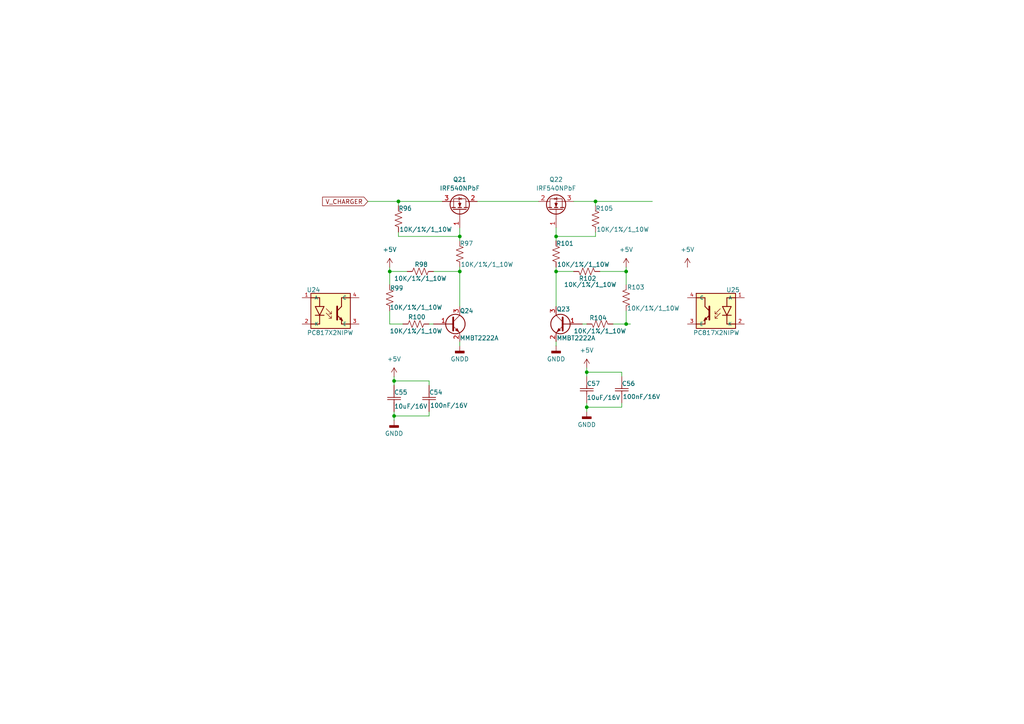
<source format=kicad_sch>
(kicad_sch (version 20231120) (generator "eeschema") (generator_version "8.0")
  (paper "A4")
  (title_block (title "CONTROL CHARGER") (date "2024-09-02"))
  (lib_symbols
    (symbol "Ceramic_Cap_SMD_100nF_16V_3" (pin_numbers hide) (pin_names hide)
      (property "Reference" "C" (at 1.016 2.794 0))
      (property "Value" "100nF/16V" (at 0.254 5.334 0))
      (symbol "Ceramic_Cap_SMD_100nF_16V_3_1_1"
        (polyline (pts (xy 1.27 0) (xy 2.2098 0)) (stroke (width 0.2032)))
        (polyline (pts (xy 2.2098 -1.905) (xy 2.2098 1.905)) (stroke (width 0.2032)))
        (polyline (pts (xy 2.8448 -1.905) (xy 2.8448 1.905)) (stroke (width 0.2032)))
        (polyline (pts (xy 2.8448 0) (xy 3.81 0)) (stroke (width 0.2032)))
        (pin unspecified line (at -1.27 0 0) (length 2.54) (name "") (number "1"))
        (pin unspecified line (at 6.35 0 180) (length 2.54) (name "") (number "2"))
      )
    )
    (symbol "Ceramic_Cap_SMD_10uF_16V_2" (pin_numbers hide) (pin_names hide)
      (property "Reference" "C" (at 2.286 2.794 0))
      (property "Value" "10uF/16V" (at 0.254 5.334 0))
      (symbol "Ceramic_Cap_SMD_10uF_16V_2_1_1"
        (polyline (pts (xy 2.54 0) (xy 3.4798 0)) (stroke (width 0.2032)))
        (polyline (pts (xy 3.4798 -1.905) (xy 3.4798 1.905)) (stroke (width 0.2032)))
        (polyline (pts (xy 4.1148 -1.905) (xy 4.1148 1.905)) (stroke (width 0.2032)))
        (polyline (pts (xy 4.1148 0) (xy 5.08 0)) (stroke (width 0.2032)))
        (pin unspecified line (at 0 0 0) (length 2.54) (name "") (number "1"))
        (pin unspecified line (at 7.62 0 180) (length 2.54) (name "") (number "2"))
      )
    )
    (symbol "charge_battery_sym_lib:IRF540NPbF" (pin_names hide)
      (property "Reference" "Q" (at 11.684 1.016 0))
      (property "Value" "IRF540NPbF" (at 17.272 -1.016 0))
      (symbol "IRF540NPbF_0_1"
        (polyline (pts (xy 5.334 0) (xy 2.54 0)))
        (polyline (pts (xy 5.334 1.905) (xy 5.334 -1.905)) (stroke (width 0.254)))
        (polyline (pts (xy 5.842 -1.27) (xy 5.842 -2.286)) (stroke (width 0.254)))
        (polyline (pts (xy 5.842 0.508) (xy 5.842 -0.508)) (stroke (width 0.254)))
        (polyline (pts (xy 5.842 2.286) (xy 5.842 1.27)) (stroke (width 0.254)))
        (polyline (pts (xy 7.62 2.54) (xy 7.62 1.778)))
        (polyline (pts (xy 8.636 0.508) (xy 8.128 0.508)))
        (polyline (pts (xy 7.62 -2.54) (xy 7.62 0) (xy 5.842 0)))
        (polyline (pts (xy 5.842 -1.778) (xy 8.382 -1.778) (xy 8.382 1.778) (xy 5.842 1.778)))
        (polyline (pts (xy 6.096 0) (xy 7.112 0.381) (xy 7.112 -0.381) (xy 6.096 0)) (fill (type outline)))
        (polyline (pts (xy 8.382 0.381) (xy 8.001 -0.254) (xy 8.763 -0.254) (xy 8.382 0.381)))
        (circle (center 6.731 0) (radius 2.794) (stroke (width 0.254)))
      )
      (symbol "IRF540NPbF_1_1"
        (pin input line (at 0 0 0) (length 2.54) (name "G") (number "1"))
        (pin passive line (at 7.62 5.08 270) (length 2.54) (name "D") (number "2"))
        (pin passive line (at 7.62 -5.08 90) (length 2.54) (name "S") (number "3"))
      )
    )
    (symbol "charge_battery_sym_lib:MMBT2222A" (pin_names (offset 0) hide)
      (property "Reference" "Q" (at 5.08 1.905 0))
      (property "Value" "MMBT2222A" (at 5.08 0 0))
      (symbol "MMBT2222A_0_1"
        (polyline (pts (xy 0.635 0.635) (xy 2.54 2.54)))
        (polyline (pts (xy 0.635 -0.635) (xy 2.54 -2.54) (xy 2.54 -2.54)))
        (polyline (pts (xy 0.635 1.905) (xy 0.635 -1.905) (xy 0.635 -1.905)) (stroke (width 0.508)))
        (polyline (pts (xy 1.27 -1.778) (xy 1.778 -1.27) (xy 2.286 -2.286) (xy 1.27 -1.778) (xy 1.27 -1.778)) (fill (type outline)))
        (circle (center 1.27 0) (radius 2.8194) (stroke (width 0.254)))
      )
      (symbol "MMBT2222A_1_1"
        (pin input line (at -5.08 0 0) (length 5.715) (name "B") (number "1"))
        (pin passive line (at 2.54 -5.08 90) (length 2.54) (name "E") (number "2"))
        (pin passive line (at 2.54 5.08 270) (length 2.54) (name "C") (number "3"))
      )
    )
    (symbol "charge_battery_sym_lib:PC817X2NIPW" (pin_names (offset 1.016))
      (property "Reference" "U" (at 0.508 11.176 0))
      (property "Value" "PC817X2NIPW" (at 7.112 -3.302 0))
      (symbol "PC817X2NIPW_0_0"
        (polyline (pts (xy 0 8.89) (xy 2.54 8.89)) (stroke (width 0.254)))
        (polyline (pts (xy 2.54 1.27) (xy 0 1.27)) (stroke (width 0.254)))
        (polyline (pts (xy 2.54 3.81) (xy 2.54 1.27)) (stroke (width 0.254)))
        (polyline (pts (xy 2.54 8.89) (xy 2.54 6.35)) (stroke (width 0.254)))
        (polyline (pts (xy 8.89 1.27) (xy 11.43 1.27)) (stroke (width 0.254)))
        (polyline (pts (xy 8.89 2.54) (xy 8.89 1.27)) (stroke (width 0.254)))
        (polyline (pts (xy 8.89 8.89) (xy 8.89 6.35)) (stroke (width 0.254)))
        (polyline (pts (xy 11.43 8.89) (xy 8.89 8.89)) (stroke (width 0.254)))
        (rectangle (start 0 10.16) (end 11.43 0) (stroke (width 0.254)) (fill (type background)))
        (pin passive line (at -2.54 8.89 0) (length 2.54) (name "A") (number "1"))
        (pin passive line (at -2.54 1.27 0) (length 2.54) (name "K") (number "2"))
      )
      (symbol "PC817X2NIPW_0_1"
        (polyline (pts (xy 3.81 3.81) (xy 1.27 3.81)) (stroke (width 0.254)))
        (polyline (pts (xy 7.62 6.35) (xy 7.62 2.54) (xy 7.62 2.54)) (stroke (width 0.508)))
        (polyline (pts (xy 3.81 6.35) (xy 1.27 6.35) (xy 2.54 3.81) (xy 3.81 6.35)) (stroke (width 0.254)))
        (polyline (pts (xy 4.445 4.445) (xy 5.969 2.921) (xy 5.969 3.683) (xy 5.969 2.921) (xy 5.207 2.921)))
        (polyline (pts (xy 4.445 5.715) (xy 5.969 4.191) (xy 5.969 4.953) (xy 5.969 4.191) (xy 5.207 4.191)))
        (polyline (pts (xy 8.255 2.667) (xy 8.763 3.175) (xy 9.271 2.159) (xy 8.255 2.667) (xy 8.255 2.667)) (fill (type outline)))
      )
      (symbol "PC817X2NIPW_1_0"
        (pin passive line (at 13.97 1.27 180) (length 2.54) (name "E") (number "3"))
        (pin passive line (at 13.97 8.89 180) (length 2.54) (name "C") (number "4"))
      )
      (symbol "PC817X2NIPW_1_1"
        (polyline (pts (xy 7.62 5.08) (xy 8.89 6.35)) (stroke (width 0.254)))
        (polyline (pts (xy 7.62 3.81) (xy 8.89 2.54) (xy 8.89 2.54)) (stroke (width 0.254)))
      )
    )
    (symbol "charge_battery_sym_lib:Res_10K_0603_1%" (pin_numbers hide) (pin_names hide)
      (property "Reference" "R" (at 2.794 3.81 0))
      (property "Value" "10K/1%/1_10W" (at 4.064 -2.54 0))
      (symbol "Res_10K_0603_1%_0_1"
        (polyline (pts (xy 1.524 0) (xy 1.27 0)))
        (polyline (pts (xy 6.096 0) (xy 6.35 0)))
        (polyline (pts (xy 1.524 0) (xy 1.905 1.016) (xy 2.286 0) (xy 2.667 -1.016) (xy 3.048 0)))
        (polyline (pts (xy 3.048 0) (xy 3.429 1.016) (xy 3.81 0) (xy 4.191 -1.016) (xy 4.572 0)))
        (polyline (pts (xy 4.572 0) (xy 4.953 1.016) (xy 5.334 0) (xy 5.715 -1.016) (xy 6.096 0)))
      )
      (symbol "Res_10K_0603_1%_1_1"
        (pin passive line (at 0 0 0) (length 1.27) (name "~") (number "1"))
        (pin passive line (at 7.62 0 180) (length 1.27) (name "~") (number "2"))
      )
    )
    (symbol "power:+5V" (power) (pin_numbers hide) (pin_names (offset 0) hide)
      (property "Value" "+5V" (at 0 3.556 0))
      (symbol "+5V_0_1"
        (polyline (pts (xy -0.762 1.27) (xy 0 2.54)))
        (polyline (pts (xy 0 0) (xy 0 2.54)))
        (polyline (pts (xy 0 2.54) (xy 0.762 1.27)))
      )
      (symbol "+5V_1_1"
        (pin power_in line (at 0 0 90) (length 0) (name "~") (number "1"))
      )
    )
    (symbol "power:GNDD" (power) (pin_numbers hide) (pin_names (offset 0) hide)
      (property "Value" "GNDD" (at 0 -3.175 0))
      (symbol "GNDD_0_1"
        (rectangle (start -1.27 -1.524) (end 1.27 -2.032) (stroke (width 0.254)) (fill (type outline)))
        (polyline (pts (xy 0 0) (xy 0 -1.524)))
      )
      (symbol "GNDD_1_1"
        (pin power_in line (at 0 0 270) (length 0) (name "~") (number "1"))
      )
    )
  )
  (junction (at 170.18 107.95))
  (junction (at 133.35 78.74))
  (junction (at 181.61 78.74))
  (junction (at 115.57 58.42))
  (junction (at 181.61 93.98))
  (junction (at 114.3 110.49))
  (junction (at 161.29 78.74))
  (junction (at 172.72 58.42))
  (junction (at 170.18 118.11))
  (junction (at 114.3 120.65))
  (junction (at 161.29 68.58))
  (junction (at 113.03 78.74))
  (junction (at 133.35 68.58))
  (wire (pts (xy 114.3 119.38) (xy 114.3 120.65)))
  (wire (pts (xy 106.68 58.42) (xy 115.57 58.42)))
  (wire (pts (xy 133.35 78.74) (xy 133.35 88.9)))
  (wire (pts (xy 181.61 77.47) (xy 181.61 78.74)))
  (wire (pts (xy 133.35 77.47) (xy 133.35 78.74)))
  (wire (pts (xy 118.11 78.74) (xy 113.03 78.74)))
  (wire (pts (xy 181.61 90.17) (xy 181.61 93.98)))
  (wire (pts (xy 161.29 68.58) (xy 161.29 66.04)))
  (wire (pts (xy 173.99 78.74) (xy 181.61 78.74)))
  (wire (pts (xy 114.3 120.65) (xy 124.46 120.65)))
  (wire (pts (xy 170.18 116.84) (xy 170.18 118.11)))
  (wire (pts (xy 161.29 68.58) (xy 172.72 68.58)))
  (wire (pts (xy 170.18 107.95) (xy 180.34 107.95)))
  (wire (pts (xy 114.3 120.65) (xy 114.3 121.92)))
  (wire (pts (xy 180.34 109.22) (xy 180.34 107.95)))
  (wire (pts (xy 113.03 90.17) (xy 113.03 93.98)))
  (wire (pts (xy 161.29 77.47) (xy 161.29 78.74)))
  (wire (pts (xy 133.35 66.04) (xy 133.35 68.58)))
  (wire (pts (xy 113.03 93.98) (xy 116.84 93.98)))
  (wire (pts (xy 133.35 99.06) (xy 133.35 100.33)))
  (wire (pts (xy 113.03 77.47) (xy 113.03 78.74)))
  (wire (pts (xy 115.57 58.42) (xy 115.57 59.69)))
  (wire (pts (xy 114.3 109.22) (xy 114.3 110.49)))
  (wire (pts (xy 113.03 82.55) (xy 113.03 78.74)))
  (wire (pts (xy 161.29 78.74) (xy 161.29 88.9)))
  (wire (pts (xy 125.73 78.74) (xy 133.35 78.74)))
  (wire (pts (xy 170.18 106.68) (xy 170.18 107.95)))
  (wire (pts (xy 181.61 78.74) (xy 181.61 82.55)))
  (wire (pts (xy 161.29 99.06) (xy 161.29 100.33)))
  (wire (pts (xy 170.18 107.95) (xy 170.18 109.22)))
  (wire (pts (xy 133.35 68.58) (xy 133.35 69.85)))
  (wire (pts (xy 172.72 58.42) (xy 172.72 59.69)))
  (wire (pts (xy 172.72 67.31) (xy 172.72 68.58)))
  (wire (pts (xy 124.46 111.76) (xy 124.46 110.49)))
  (wire (pts (xy 124.46 120.65) (xy 124.46 119.38)))
  (wire (pts (xy 161.29 69.85) (xy 161.29 68.58)))
  (wire (pts (xy 115.57 67.31) (xy 115.57 68.58)))
  (wire (pts (xy 115.57 68.58) (xy 133.35 68.58)))
  (wire (pts (xy 170.18 93.98) (xy 168.91 93.98)))
  (wire (pts (xy 166.37 58.42) (xy 172.72 58.42)))
  (wire (pts (xy 114.3 110.49) (xy 124.46 110.49)))
  (wire (pts (xy 180.34 118.11) (xy 180.34 116.84)))
  (wire (pts (xy 170.18 118.11) (xy 180.34 118.11)))
  (wire (pts (xy 181.61 93.98) (xy 177.8 93.98)))
  (wire (pts (xy 124.46 93.98) (xy 125.73 93.98)))
  (wire (pts (xy 182.88 93.98) (xy 181.61 93.98)))
  (wire (pts (xy 166.37 78.74) (xy 161.29 78.74)))
  (wire (pts (xy 138.43 58.42) (xy 156.21 58.42)))
  (wire (pts (xy 114.3 110.49) (xy 114.3 111.76)))
  (wire (pts (xy 115.57 58.42) (xy 128.27 58.42)))
  (wire (pts (xy 172.72 58.42) (xy 189.23 58.42)))
  (wire (pts (xy 170.18 118.11) (xy 170.18 119.38)))
  (global_label "V_CHARGER" (shape input) (at 106.68 58.42 180) (property "Intersheetrefs" "${INTERSHEET_REFS}" (effects (hide yes))))
  (symbol (lib_id "charge_battery_sym_lib:PC817X2NIPW") (at 90.17 95.25 0) (unit 1)
    (property "Reference" "U24" (at 90.932 84.074 0))
    (property "Value" "PC817X2NIPW" (at 95.758 96.52 0))
    (property "Footprint" "charge_battery_footprint_lib:PC817X2NIPW" (effects (hide yes)))
    (property "Datasheet" "https://datasheet.lcsc.com/lcsc/2203210916_Sharp-Microelectronics-PC817X2NIPW_C2840443.pdf" (effects (hide yes)))
    (property "Description" "Output: Transistor" (effects (hide yes)))
    (property "Supply name " "Thegioiic" (effects (hide yes)))
    (property "Supply part number" "PC817X2NIPW Optoisolator Transistor Output 5000Vrms 1 Channel, SOP-4" (effects (hide yes)))
    (property "Supply URL" "https://www.thegioiic.com/pc817x2nipw-optoisolator-transistor-output-5000vrms-1-channel-sop-4" (effects (hide yes)))
  )
  (symbol (lib_id "power:+5V") (at 114.3 109.22 0) (mirror y) (unit 1)
    (property "Reference" "#PWR0109" (effects (hide yes)))
    (property "Value" "+5V" (at 114.3 104.14 0))
    (property "Description" "Power symbol creates a global label with name \"+5V\"" (effects (hide yes)))
  )
  (symbol (lib_id "charge_battery_sym_lib:Res_10K_0603_1%") (at 181.61 90.17 270) (mirror x) (unit 1)
    (property "Reference" "R103" (at 184.404 83.312 90))
    (property "Value" "10K/1%/1_10W" (at 189.484 89.408 90))
    (property "Footprint" "charge_battery_footprint_lib:Res_0603" (effects (hide yes)))
    (property "Datasheet" "https://fscdn.rohm.com/en/products/databook/datasheet/passive/resistor/chip_resistor/esr-e.pdf" (effects (hide yes)))
    (property "Description" "Res 10 KOhm 0603 1%" (effects (hide yes)))
    (property "Supply name" "Thegioiic" (effects (hide yes)))
    (property "Supply part number" "Điện Trở 10 KOhm 0603 1%" (effects (hide yes)))
    (property "Supply URL" "https://www.thegioiic.com/dien-tro-10-kohm-0603-1-" (effects (hide yes)))
  )
  (symbol (lib_id "power:+5V") (at 181.61 77.47 0) (unit 1)
    (property "Reference" "#PWR0107" (effects (hide yes)))
    (property "Value" "+5V" (at 181.61 72.39 0))
    (property "Description" "Power symbol creates a global label with name \"+5V\"" (effects (hide yes)))
  )
  (symbol (lib_id "charge_battery_sym_lib:Res_10K_0603_1%") (at 113.03 90.17 90) (unit 1)
    (property "Reference" "R99" (at 115.062 83.566 90))
    (property "Value" "10K/1%/1_10W" (at 120.65 89.154 90))
    (property "Footprint" "charge_battery_footprint_lib:Res_0603" (effects (hide yes)))
    (property "Datasheet" "https://fscdn.rohm.com/en/products/databook/datasheet/passive/resistor/chip_resistor/esr-e.pdf" (effects (hide yes)))
    (property "Description" "Res 10 KOhm 0603 1%" (effects (hide yes)))
    (property "Supply name" "Thegioiic" (effects (hide yes)))
    (property "Supply part number" "Điện Trở 10 KOhm 0603 1%" (effects (hide yes)))
    (property "Supply URL" "https://www.thegioiic.com/dien-tro-10-kohm-0603-1-" (effects (hide yes)))
  )
  (symbol (lib_id "charge_battery_sym_lib:Res_10K_0603_1%") (at 177.8 93.98 0) (mirror y) (unit 1)
    (property "Reference" "R104" (at 173.482 92.202 0))
    (property "Value" "10K/1%/1_10W" (at 173.99 96.012 0))
    (property "Footprint" "charge_battery_footprint_lib:Res_0603" (effects (hide yes)))
    (property "Datasheet" "https://fscdn.rohm.com/en/products/databook/datasheet/passive/resistor/chip_resistor/esr-e.pdf" (effects (hide yes)))
    (property "Description" "Res 10 KOhm 0603 1%" (effects (hide yes)))
    (property "Supply name" "Thegioiic" (effects (hide yes)))
    (property "Supply part number" "Điện Trở 10 KOhm 0603 1%" (effects (hide yes)))
    (property "Supply URL" "https://www.thegioiic.com/dien-tro-10-kohm-0603-1-" (effects (hide yes)))
  )
  (symbol (lib_id "charge_battery_sym_lib:MMBT2222A") (at 163.83 93.98 0) (mirror y) (unit 1)
    (property "Reference" "Q23" (at 165.354 89.662 0) (effects (justify left)))
    (property "Value" "MMBT2222A" (at 172.72 98.044 0) (effects (justify left)))
    (property "Footprint" "charge_battery_footprint_lib:SOT23" (effects (hide yes)))
    (property "Datasheet" "https://assets.nexperia.com/documents/data-sheet/MMBT2222A.pdf" (effects (hide yes)))
    (property "Description" "600mA Ic, 40V Vce, NPN Transistor, SOT-23" (effects (hide yes)))
    (property "Supply name" "Thegioiic" (effects (hide yes)))
    (property "Supply part number" "MMBT2222A 1P Transistor NPN 40V 0.6A 3 Chân SOT-23" (effects (hide yes)))
    (property "Supply URL" "https://www.thegioiic.com/mmbt2222a-1p-transistor-npn-40v-0-6a-3-chan-sot-23" (effects (hide yes)))
  )
  (symbol (lib_id "power:+5V") (at 170.18 106.68 0) (mirror y) (unit 1)
    (property "Reference" "#PWR0111" (effects (hide yes)))
    (property "Value" "+5V" (at 170.18 101.6 0))
    (property "Description" "Power symbol creates a global label with name \"+5V\"" (effects (hide yes)))
  )
  (symbol (lib_id "charge_battery_sym_lib:IRF540NPbF") (at 133.35 66.04 270) (mirror x) (unit 1)
    (property "Reference" "Q21" (at 133.35 52.07 90))
    (property "Value" "IRF540NPbF" (at 133.35 54.61 90))
    (property "Footprint" "charge_battery_footprint_lib:TO-220-3" (effects (hide yes)))
    (property "Datasheet" "https://www.mouser.vn/datasheet/2/196/Infineon_IRF540N_DataSheet_v01_01_EN-3363065.pdf" (effects (hide yes)))
    (property "Description" "MOSFET HIGH POWER_NEW" (effects (hide yes)))
    (property "Supply name" "Thien Minh Electronics" (effects (hide yes)))
    (property "Supply URL" "http://www.tme.vn/Product.aspx?id=682#page=pro_info" (effects (hide yes)))
  )
  (symbol (lib_id "charge_battery_sym_lib:PC817X2NIPW") (at 213.36 95.25 0) (mirror y) (unit 1)
    (property "Reference" "U25" (at 212.598 84.074 0))
    (property "Value" "PC817X2NIPW" (at 207.772 96.52 0))
    (property "Footprint" "charge_battery_footprint_lib:PC817X2NIPW" (effects (hide yes)))
    (property "Datasheet" "https://datasheet.lcsc.com/lcsc/2203210916_Sharp-Microelectronics-PC817X2NIPW_C2840443.pdf" (effects (hide yes)))
    (property "Description" "Output: Transistor" (effects (hide yes)))
    (property "Supply name " "Thegioiic" (effects (hide yes)))
    (property "Supply part number" "PC817X2NIPW Optoisolator Transistor Output 5000Vrms 1 Channel, SOP-4" (effects (hide yes)))
    (property "Supply URL" "https://www.thegioiic.com/pc817x2nipw-optoisolator-transistor-output-5000vrms-1-channel-sop-4" (effects (hide yes)))
  )
  (symbol (lib_name "Ceramic_Cap_SMD_10uF_16V_2") (lib_id "charge_battery_sym_lib:Ceramic_Cap_SMD_10uF_16V") (at 170.18 116.84 90) (unit 1)
    (property "Reference" "C57" (at 170.18 111.252 90) (effects (justify right)))
    (property "Value" "10uF/16V" (at 170.18 115.316 90) (effects (justify right)))
    (property "Footprint" "charge_battery_footprint_lib:Ceramic_Cap_0603" (effects (hide yes)))
    (property "Datasheet" "https://www.mouser.vn/datasheet/2/40/KYOCERA_AutoMLCCKAM-3106308.pdf" (effects (hide yes)))
    (property "Description" "10%, 0603 (1608 Metric)" (effects (hide yes)))
    (property "Supply name" "Thegioiic" (effects (hide yes)))
    (property "Supply part number" "Tụ Gốm 0603 10uF 16V" (effects (hide yes)))
    (property "Supply URL" "https://www.thegioiic.com/tu-gom-0603-10uf-16v" (effects (hide yes)))
  )
  (symbol (lib_id "charge_battery_sym_lib:Res_10K_0603_1%") (at 133.35 77.47 90) (unit 1)
    (property "Reference" "R97" (at 133.35 70.612 90) (effects (justify right)))
    (property "Value" "10K/1%/1_10W" (at 133.604 76.708 90) (effects (justify right)))
    (property "Footprint" "charge_battery_footprint_lib:Res_0603" (effects (hide yes)))
    (property "Datasheet" "https://fscdn.rohm.com/en/products/databook/datasheet/passive/resistor/chip_resistor/esr-e.pdf" (effects (hide yes)))
    (property "Description" "Res 10 KOhm 0603 1%" (effects (hide yes)))
    (property "Supply name" "Thegioiic" (effects (hide yes)))
    (property "Supply part number" "Điện Trở 10 KOhm 0603 1%" (effects (hide yes)))
    (property "Supply URL" "https://www.thegioiic.com/dien-tro-10-kohm-0603-1-" (effects (hide yes)))
  )
  (symbol (lib_id "power:GNDD") (at 114.3 121.92 0) (unit 1)
    (property "Reference" "#PWR0110" (effects (hide yes)))
    (property "Value" "GNDD" (at 114.3 125.73 0))
    (property "Description" "Power symbol creates a global label with name \"GNDD\" , digital ground" (effects (hide yes)))
  )
  (symbol (lib_id "power:GNDD") (at 170.18 119.38 0) (unit 1)
    (property "Reference" "#PWR0112" (effects (hide yes)))
    (property "Value" "GNDD" (at 170.18 123.19 0))
    (property "Description" "Power symbol creates a global label with name \"GNDD\" , digital ground" (effects (hide yes)))
  )
  (symbol (lib_name "Ceramic_Cap_SMD_10uF_16V_2") (lib_id "charge_battery_sym_lib:Ceramic_Cap_SMD_10uF_16V") (at 114.3 119.38 90) (unit 1)
    (property "Reference" "C55" (at 114.3 113.792 90) (effects (justify right)))
    (property "Value" "10uF/16V" (at 114.3 117.856 90) (effects (justify right)))
    (property "Footprint" "charge_battery_footprint_lib:Ceramic_Cap_0603" (effects (hide yes)))
    (property "Datasheet" "https://www.mouser.vn/datasheet/2/40/KYOCERA_AutoMLCCKAM-3106308.pdf" (effects (hide yes)))
    (property "Description" "10%, 0603 (1608 Metric)" (effects (hide yes)))
    (property "Supply name" "Thegioiic" (effects (hide yes)))
    (property "Supply part number" "Tụ Gốm 0603 10uF 16V" (effects (hide yes)))
    (property "Supply URL" "https://www.thegioiic.com/tu-gom-0603-10uf-16v" (effects (hide yes)))
  )
  (symbol (lib_id "power:GNDD") (at 161.29 100.33 0) (unit 1)
    (property "Reference" "#PWR0108" (effects (hide yes)))
    (property "Value" "GNDD" (at 161.29 104.14 0))
    (property "Description" "Power symbol creates a global label with name \"GNDD\" , digital ground" (effects (hide yes)))
  )
  (symbol (lib_id "power:+5V") (at 113.03 77.47 0) (mirror y) (unit 1)
    (property "Reference" "#PWR0105" (effects (hide yes)))
    (property "Value" "+5V" (at 113.03 72.39 0))
    (property "Description" "Power symbol creates a global label with name \"+5V\"" (effects (hide yes)))
  )
  (symbol (lib_name "Ceramic_Cap_SMD_100nF_16V_3") (lib_id "charge_battery_sym_lib:Ceramic_Cap_SMD_100nF_16V") (at 124.46 118.11 90) (unit 1)
    (property "Reference" "C54" (at 124.46 113.792 90) (effects (justify right)))
    (property "Value" "100nF/16V" (at 124.714 117.602 90) (effects (justify right)))
    (property "Footprint" "charge_battery_footprint_lib:Ceramic_Cap_0603" (effects (hide yes)))
    (property "Datasheet" "https://www.mouser.vn/datasheet/2/40/KYOCERA_AutoMLCCKAM-3106308.pdf" (effects (hide yes)))
    (property "Description" "10%, 0603 (1608 Metric)" (effects (hide yes)))
    (property "Supply name" "Thegioiic" (effects (hide yes)))
    (property "Supply part number" "Tụ Gốm 0603 100nF (0.1uF) 16V" (effects (hide yes)))
    (property "Supply URL" "https://www.thegioiic.com/tu-gom-0603-100nf-0-1uf-16v" (effects (hide yes)))
  )
  (symbol (lib_id "charge_battery_sym_lib:Res_10K_0603_1%") (at 161.29 77.47 90) (unit 1)
    (property "Reference" "R101" (at 161.29 70.612 90) (effects (justify right)))
    (property "Value" "10K/1%/1_10W" (at 161.544 76.708 90) (effects (justify right)))
    (property "Footprint" "charge_battery_footprint_lib:Res_0603" (effects (hide yes)))
    (property "Datasheet" "https://fscdn.rohm.com/en/products/databook/datasheet/passive/resistor/chip_resistor/esr-e.pdf" (effects (hide yes)))
    (property "Description" "Res 10 KOhm 0603 1%" (effects (hide yes)))
    (property "Supply name" "Thegioiic" (effects (hide yes)))
    (property "Supply part number" "Điện Trở 10 KOhm 0603 1%" (effects (hide yes)))
    (property "Supply URL" "https://www.thegioiic.com/dien-tro-10-kohm-0603-1-" (effects (hide yes)))
  )
  (symbol (lib_id "charge_battery_sym_lib:Res_10K_0603_1%") (at 115.57 67.31 90) (unit 1)
    (property "Reference" "R96" (at 115.57 60.452 90) (effects (justify right)))
    (property "Value" "10K/1%/1_10W" (at 115.824 66.548 90) (effects (justify right)))
    (property "Footprint" "charge_battery_footprint_lib:Res_0603" (effects (hide yes)))
    (property "Datasheet" "https://fscdn.rohm.com/en/products/databook/datasheet/passive/resistor/chip_resistor/esr-e.pdf" (effects (hide yes)))
    (property "Description" "Res 10 KOhm 0603 1%" (effects (hide yes)))
    (property "Supply name" "Thegioiic" (effects (hide yes)))
    (property "Supply part number" "Điện Trở 10 KOhm 0603 1%" (effects (hide yes)))
    (property "Supply URL" "https://www.thegioiic.com/dien-tro-10-kohm-0603-1-" (effects (hide yes)))
  )
  (symbol (lib_id "charge_battery_sym_lib:Res_10K_0603_1%") (at 116.84 93.98 0) (unit 1)
    (property "Reference" "R100" (at 120.904 91.948 0))
    (property "Value" "10K/1%/1_10W" (at 120.65 96.012 0))
    (property "Footprint" "charge_battery_footprint_lib:Res_0603" (effects (hide yes)))
    (property "Datasheet" "https://fscdn.rohm.com/en/products/databook/datasheet/passive/resistor/chip_resistor/esr-e.pdf" (effects (hide yes)))
    (property "Description" "Res 10 KOhm 0603 1%" (effects (hide yes)))
    (property "Supply name" "Thegioiic" (effects (hide yes)))
    (property "Supply part number" "Điện Trở 10 KOhm 0603 1%" (effects (hide yes)))
    (property "Supply URL" "https://www.thegioiic.com/dien-tro-10-kohm-0603-1-" (effects (hide yes)))
  )
  (symbol (lib_id "power:+5V") (at 199.39 77.47 0) (unit 1)
    (property "Reference" "#PWR0113" (effects (hide yes)))
    (property "Value" "+5V" (at 199.39 72.39 0))
    (property "Description" "Power symbol creates a global label with name \"+5V\"" (effects (hide yes)))
  )
  (symbol (lib_id "charge_battery_sym_lib:Res_10K_0603_1%") (at 173.99 78.74 0) (mirror y) (unit 1)
    (property "Reference" "R102" (at 170.434 80.772 0))
    (property "Value" "10K/1%/1_10W" (at 171.196 82.55 0))
    (property "Footprint" "charge_battery_footprint_lib:Res_0603" (effects (hide yes)))
    (property "Datasheet" "https://fscdn.rohm.com/en/products/databook/datasheet/passive/resistor/chip_resistor/esr-e.pdf" (effects (hide yes)))
    (property "Description" "Res 10 KOhm 0603 1%" (effects (hide yes)))
    (property "Supply name" "Thegioiic" (effects (hide yes)))
    (property "Supply part number" "Điện Trở 10 KOhm 0603 1%" (effects (hide yes)))
    (property "Supply URL" "https://www.thegioiic.com/dien-tro-10-kohm-0603-1-" (effects (hide yes)))
  )
  (symbol (lib_id "charge_battery_sym_lib:IRF540NPbF") (at 161.29 66.04 90) (unit 1)
    (property "Reference" "Q22" (at 161.29 52.07 90))
    (property "Value" "IRF540NPbF" (at 161.29 54.61 90))
    (property "Footprint" "charge_battery_footprint_lib:TO-220-3" (effects (hide yes)))
    (property "Datasheet" "https://www.mouser.vn/datasheet/2/196/Infineon_IRF540N_DataSheet_v01_01_EN-3363065.pdf" (effects (hide yes)))
    (property "Description" "MOSFET HIGH POWER_NEW" (effects (hide yes)))
    (property "Supply name" "Thien Minh Electronics" (effects (hide yes)))
    (property "Supply URL" "http://www.tme.vn/Product.aspx?id=682#page=pro_info" (effects (hide yes)))
  )
  (symbol (lib_name "Ceramic_Cap_SMD_100nF_16V_3") (lib_id "charge_battery_sym_lib:Ceramic_Cap_SMD_100nF_16V") (at 180.34 115.57 90) (unit 1)
    (property "Reference" "C56" (at 180.34 111.252 90) (effects (justify right)))
    (property "Value" "100nF/16V" (at 180.594 115.062 90) (effects (justify right)))
    (property "Footprint" "charge_battery_footprint_lib:Ceramic_Cap_0603" (effects (hide yes)))
    (property "Datasheet" "https://www.mouser.vn/datasheet/2/40/KYOCERA_AutoMLCCKAM-3106308.pdf" (effects (hide yes)))
    (property "Description" "10%, 0603 (1608 Metric)" (effects (hide yes)))
    (property "Supply name" "Thegioiic" (effects (hide yes)))
    (property "Supply part number" "Tụ Gốm 0603 100nF (0.1uF) 16V" (effects (hide yes)))
    (property "Supply URL" "https://www.thegioiic.com/tu-gom-0603-100nf-0-1uf-16v" (effects (hide yes)))
  )
  (symbol (lib_id "charge_battery_sym_lib:Res_10K_0603_1%") (at 172.72 67.31 90) (unit 1)
    (property "Reference" "R105" (at 172.72 60.452 90) (effects (justify right)))
    (property "Value" "10K/1%/1_10W" (at 172.974 66.548 90) (effects (justify right)))
    (property "Footprint" "charge_battery_footprint_lib:Res_0603" (effects (hide yes)))
    (property "Datasheet" "https://fscdn.rohm.com/en/products/databook/datasheet/passive/resistor/chip_resistor/esr-e.pdf" (effects (hide yes)))
    (property "Description" "Res 10 KOhm 0603 1%" (effects (hide yes)))
    (property "Supply name" "Thegioiic" (effects (hide yes)))
    (property "Supply part number" "Điện Trở 10 KOhm 0603 1%" (effects (hide yes)))
    (property "Supply URL" "https://www.thegioiic.com/dien-tro-10-kohm-0603-1-" (effects (hide yes)))
  )
  (symbol (lib_id "charge_battery_sym_lib:Res_10K_0603_1%") (at 118.11 78.74 0) (unit 1)
    (property "Reference" "R98" (at 122.174 76.708 0))
    (property "Value" "10K/1%/1_10W" (at 121.92 80.772 0))
    (property "Footprint" "charge_battery_footprint_lib:Res_0603" (effects (hide yes)))
    (property "Datasheet" "https://fscdn.rohm.com/en/products/databook/datasheet/passive/resistor/chip_resistor/esr-e.pdf" (effects (hide yes)))
    (property "Description" "Res 10 KOhm 0603 1%" (effects (hide yes)))
    (property "Supply name" "Thegioiic" (effects (hide yes)))
    (property "Supply part number" "Điện Trở 10 KOhm 0603 1%" (effects (hide yes)))
    (property "Supply URL" "https://www.thegioiic.com/dien-tro-10-kohm-0603-1-" (effects (hide yes)))
  )
  (symbol (lib_id "power:GNDD") (at 133.35 100.33 0) (unit 1)
    (property "Reference" "#PWR0106" (effects (hide yes)))
    (property "Value" "GNDD" (at 133.35 104.14 0))
    (property "Description" "Power symbol creates a global label with name \"GNDD\" , digital ground" (effects (hide yes)))
  )
  (symbol (lib_id "charge_battery_sym_lib:MMBT2222A") (at 130.81 93.98 0) (unit 1)
    (property "Reference" "Q24" (at 133.35 90.17 0) (effects (justify left)))
    (property "Value" "MMBT2222A" (at 133.35 98.044 0) (effects (justify left)))
    (property "Footprint" "charge_battery_footprint_lib:SOT23" (effects (hide yes)))
    (property "Datasheet" "https://assets.nexperia.com/documents/data-sheet/MMBT2222A.pdf" (effects (hide yes)))
    (property "Description" "600mA Ic, 40V Vce, NPN Transistor, SOT-23" (effects (hide yes)))
    (property "Supply name" "Thegioiic" (effects (hide yes)))
    (property "Supply part number" "MMBT2222A 1P Transistor NPN 40V 0.6A 3 Chân SOT-23" (effects (hide yes)))
    (property "Supply URL" "https://www.thegioiic.com/mmbt2222a-1p-transistor-npn-40v-0-6a-3-chan-sot-23" (effects (hide yes)))
  )
)
</source>
